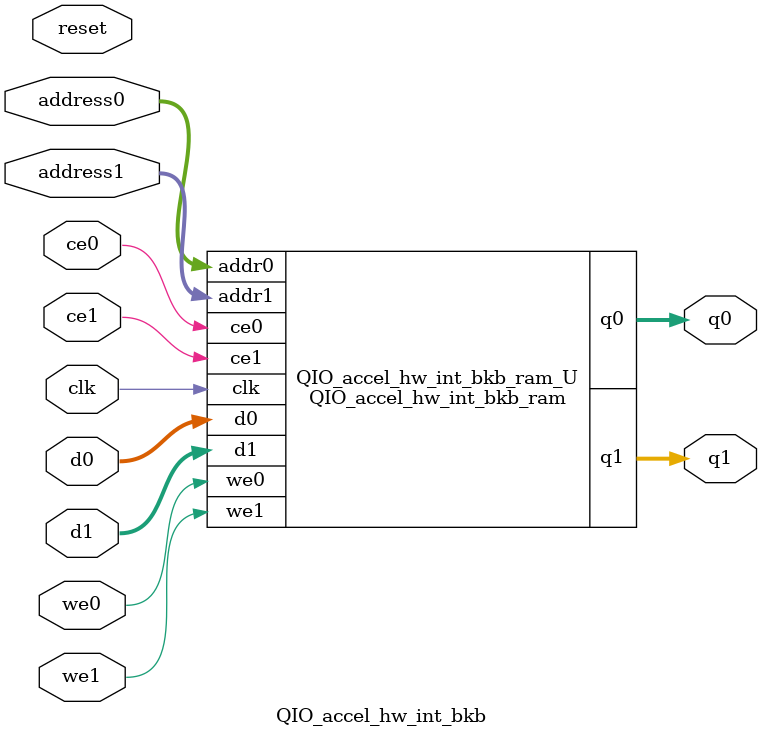
<source format=v>
`timescale 1 ns / 1 ps
module QIO_accel_hw_int_bkb_ram (addr0, ce0, d0, we0, q0, addr1, ce1, d1, we1, q1,  clk);

parameter DWIDTH = 32;
parameter AWIDTH = 7;
parameter MEM_SIZE = 128;

input[AWIDTH-1:0] addr0;
input ce0;
input[DWIDTH-1:0] d0;
input we0;
output reg[DWIDTH-1:0] q0;
input[AWIDTH-1:0] addr1;
input ce1;
input[DWIDTH-1:0] d1;
input we1;
output reg[DWIDTH-1:0] q1;
input clk;

(* ram_style = "block" *)reg [DWIDTH-1:0] ram[0:MEM_SIZE-1];




always @(posedge clk)  
begin 
    if (ce0) begin
        if (we0) 
            ram[addr0] <= d0; 
        q0 <= ram[addr0];
    end
end


always @(posedge clk)  
begin 
    if (ce1) begin
        if (we1) 
            ram[addr1] <= d1; 
        q1 <= ram[addr1];
    end
end


endmodule

`timescale 1 ns / 1 ps
module QIO_accel_hw_int_bkb(
    reset,
    clk,
    address0,
    ce0,
    we0,
    d0,
    q0,
    address1,
    ce1,
    we1,
    d1,
    q1);

parameter DataWidth = 32'd32;
parameter AddressRange = 32'd128;
parameter AddressWidth = 32'd7;
input reset;
input clk;
input[AddressWidth - 1:0] address0;
input ce0;
input we0;
input[DataWidth - 1:0] d0;
output[DataWidth - 1:0] q0;
input[AddressWidth - 1:0] address1;
input ce1;
input we1;
input[DataWidth - 1:0] d1;
output[DataWidth - 1:0] q1;



QIO_accel_hw_int_bkb_ram QIO_accel_hw_int_bkb_ram_U(
    .clk( clk ),
    .addr0( address0 ),
    .ce0( ce0 ),
    .we0( we0 ),
    .d0( d0 ),
    .q0( q0 ),
    .addr1( address1 ),
    .ce1( ce1 ),
    .we1( we1 ),
    .d1( d1 ),
    .q1( q1 ));

endmodule


</source>
